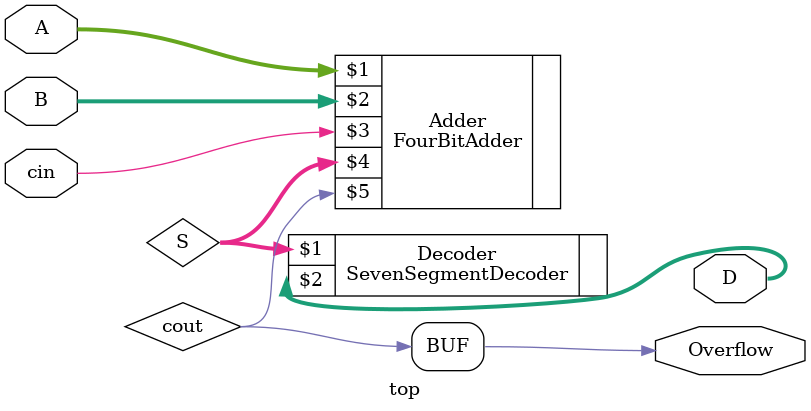
<source format=v>
`timescale 1ns / 1ps
module top(input [3:0] A, B, 
			  input	cin,
			  output [6:0] D,
			  output Overflow
    );
	wire [3:0] S;
	wire cout;
	
	FourBitAdder Adder(A, B, cin, S, cout);
	SevenSegmentDecoder Decoder(S, D);
	assign Overflow = cout;

endmodule

</source>
